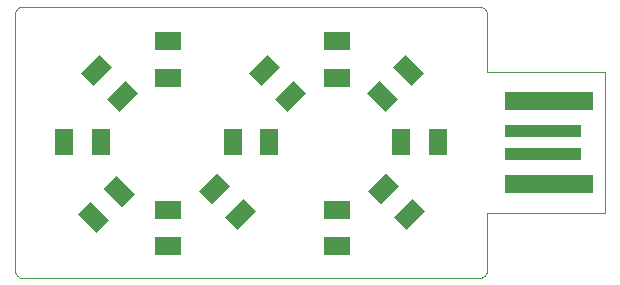
<source format=gtp>
G75*
G70*
%OFA0B0*%
%FSLAX24Y24*%
%IPPOS*%
%LPD*%
%AMOC8*
5,1,8,0,0,1.08239X$1,22.5*
%
%ADD10C,0.0000*%
%ADD11R,0.0866X0.0591*%
%ADD12R,0.0591X0.0866*%
%ADD13R,0.2953X0.0591*%
%ADD14R,0.2559X0.0394*%
D10*
X000625Y000347D02*
X015816Y000347D01*
X015847Y000349D01*
X015878Y000354D01*
X015908Y000363D01*
X015937Y000375D01*
X015964Y000390D01*
X015989Y000408D01*
X016013Y000428D01*
X016033Y000452D01*
X016051Y000477D01*
X016066Y000504D01*
X016078Y000533D01*
X016087Y000563D01*
X016092Y000594D01*
X016094Y000625D01*
X016095Y000625D02*
X016095Y002512D01*
X020032Y002512D01*
X020032Y007237D01*
X016095Y007237D01*
X016095Y009124D01*
X016094Y009124D02*
X016092Y009155D01*
X016087Y009186D01*
X016078Y009216D01*
X016066Y009245D01*
X016051Y009272D01*
X016033Y009297D01*
X016013Y009321D01*
X015989Y009341D01*
X015964Y009359D01*
X015937Y009374D01*
X015908Y009386D01*
X015878Y009395D01*
X015847Y009400D01*
X015816Y009402D01*
X000625Y009402D01*
X000594Y009400D01*
X000563Y009395D01*
X000533Y009386D01*
X000504Y009374D01*
X000477Y009359D01*
X000452Y009341D01*
X000428Y009321D01*
X000408Y009297D01*
X000390Y009272D01*
X000375Y009245D01*
X000363Y009216D01*
X000354Y009186D01*
X000349Y009155D01*
X000347Y009124D01*
X000347Y000625D01*
X000349Y000594D01*
X000354Y000563D01*
X000363Y000533D01*
X000375Y000504D01*
X000390Y000477D01*
X000408Y000452D01*
X000428Y000428D01*
X000452Y000408D01*
X000477Y000390D01*
X000504Y000375D01*
X000533Y000363D01*
X000563Y000354D01*
X000594Y000349D01*
X000625Y000347D01*
D11*
X005465Y001410D03*
X005465Y002630D03*
X011075Y002630D03*
X011075Y001410D03*
X011075Y007020D03*
X011075Y008241D03*
X005465Y008241D03*
X005465Y007020D03*
D12*
G36*
X004025Y006925D02*
X004442Y006508D01*
X003831Y005897D01*
X003414Y006314D01*
X004025Y006925D01*
G37*
G36*
X003162Y007788D02*
X003579Y007371D01*
X002968Y006760D01*
X002551Y007177D01*
X003162Y007788D01*
G37*
G36*
X008578Y006760D02*
X008161Y007177D01*
X008772Y007788D01*
X009189Y007371D01*
X008578Y006760D01*
G37*
G36*
X009441Y005897D02*
X009024Y006314D01*
X009635Y006925D01*
X010052Y006508D01*
X009441Y005897D01*
G37*
X008831Y004874D03*
X007611Y004874D03*
G36*
X006905Y002823D02*
X006488Y003240D01*
X007099Y003851D01*
X007516Y003434D01*
X006905Y002823D01*
G37*
G36*
X007768Y001960D02*
X007351Y002377D01*
X007962Y002988D01*
X008379Y002571D01*
X007768Y001960D01*
G37*
G36*
X003316Y003336D02*
X003733Y003753D01*
X004344Y003142D01*
X003927Y002725D01*
X003316Y003336D01*
G37*
G36*
X002453Y002473D02*
X002870Y002890D01*
X003481Y002279D01*
X003064Y001862D01*
X002453Y002473D01*
G37*
X002000Y004874D03*
X003221Y004874D03*
G36*
X012098Y006508D02*
X012515Y006925D01*
X013126Y006314D01*
X012709Y005897D01*
X012098Y006508D01*
G37*
G36*
X012961Y007371D02*
X013378Y007788D01*
X013989Y007177D01*
X013572Y006760D01*
X012961Y007371D01*
G37*
X013221Y004874D03*
X014441Y004874D03*
G36*
X012735Y003851D02*
X013152Y003434D01*
X012541Y002823D01*
X012124Y003240D01*
X012735Y003851D01*
G37*
G36*
X013598Y002988D02*
X014015Y002571D01*
X013404Y001960D01*
X012987Y002377D01*
X013598Y002988D01*
G37*
D13*
X018142Y003496D03*
X018142Y006252D03*
D14*
X017945Y005268D03*
X017945Y004481D03*
M02*

</source>
